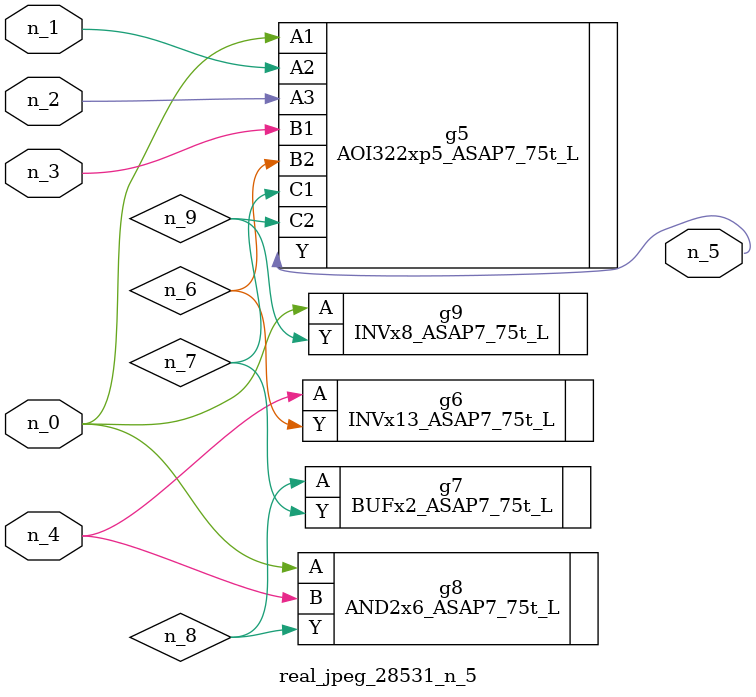
<source format=v>
module real_jpeg_28531_n_5 (n_4, n_0, n_1, n_2, n_3, n_5);

input n_4;
input n_0;
input n_1;
input n_2;
input n_3;

output n_5;

wire n_8;
wire n_6;
wire n_7;
wire n_9;

AOI322xp5_ASAP7_75t_L g5 ( 
.A1(n_0),
.A2(n_1),
.A3(n_2),
.B1(n_3),
.B2(n_6),
.C1(n_7),
.C2(n_9),
.Y(n_5)
);

AND2x6_ASAP7_75t_L g8 ( 
.A(n_0),
.B(n_4),
.Y(n_8)
);

INVx8_ASAP7_75t_L g9 ( 
.A(n_0),
.Y(n_9)
);

INVx13_ASAP7_75t_L g6 ( 
.A(n_4),
.Y(n_6)
);

BUFx2_ASAP7_75t_L g7 ( 
.A(n_8),
.Y(n_7)
);


endmodule
</source>
